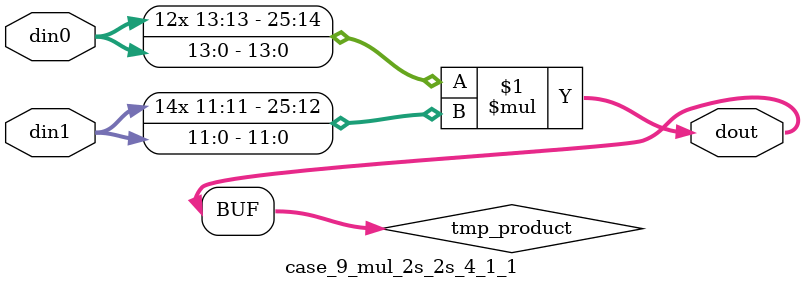
<source format=v>

`timescale 1 ns / 1 ps

 module case_9_mul_2s_2s_4_1_1(din0, din1, dout);
parameter ID = 1;
parameter NUM_STAGE = 0;
parameter din0_WIDTH = 14;
parameter din1_WIDTH = 12;
parameter dout_WIDTH = 26;

input [din0_WIDTH - 1 : 0] din0; 
input [din1_WIDTH - 1 : 0] din1; 
output [dout_WIDTH - 1 : 0] dout;

wire signed [dout_WIDTH - 1 : 0] tmp_product;



























assign tmp_product = $signed(din0) * $signed(din1);








assign dout = tmp_product;





















endmodule

</source>
